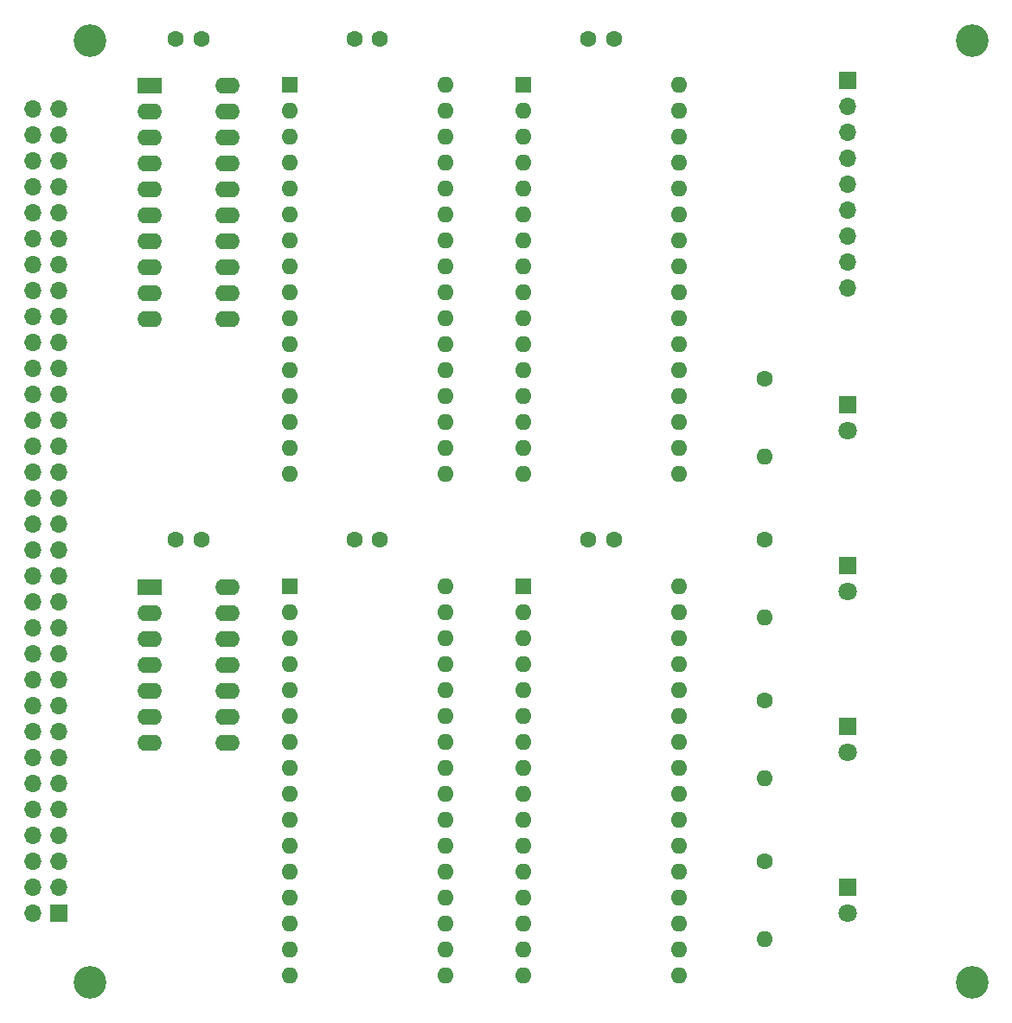
<source format=gts>
G04 #@! TF.GenerationSoftware,KiCad,Pcbnew,(6.0.2)*
G04 #@! TF.CreationDate,2022-11-06T15:02:32-08:00*
G04 #@! TF.ProjectId,RAM and ROM,52414d20-616e-4642-9052-4f4d2e6b6963,1.0*
G04 #@! TF.SameCoordinates,Original*
G04 #@! TF.FileFunction,Soldermask,Top*
G04 #@! TF.FilePolarity,Negative*
%FSLAX46Y46*%
G04 Gerber Fmt 4.6, Leading zero omitted, Abs format (unit mm)*
G04 Created by KiCad (PCBNEW (6.0.2)) date 2022-11-06 15:02:32*
%MOMM*%
%LPD*%
G01*
G04 APERTURE LIST*
%ADD10R,1.700000X1.700000*%
%ADD11O,1.700000X1.700000*%
%ADD12C,3.200000*%
%ADD13C,1.600000*%
%ADD14O,1.600000X1.600000*%
%ADD15R,1.600000X1.600000*%
%ADD16R,1.800000X1.800000*%
%ADD17C,1.800000*%
%ADD18R,2.400000X1.600000*%
%ADD19O,2.400000X1.600000*%
G04 APERTURE END LIST*
D10*
X180340000Y-54356000D03*
D11*
X180340000Y-56896000D03*
X180340000Y-59436000D03*
X180340000Y-61976000D03*
X180340000Y-64516000D03*
X180340000Y-67056000D03*
X180340000Y-69596000D03*
X180340000Y-72136000D03*
X180340000Y-74676000D03*
D12*
X192532000Y-50419000D03*
X192532000Y-142621000D03*
X106172000Y-50419000D03*
X106172000Y-142621000D03*
D13*
X172212000Y-83566000D03*
D14*
X172212000Y-91186000D03*
D13*
X172212000Y-99312300D03*
D14*
X172212000Y-106932300D03*
D13*
X114559000Y-50292000D03*
X117059000Y-50292000D03*
X114559000Y-99314000D03*
X117059000Y-99314000D03*
D15*
X125705000Y-103886000D03*
D14*
X125705000Y-106426000D03*
X125705000Y-108966000D03*
X125705000Y-111506000D03*
X125705000Y-114046000D03*
X125705000Y-116586000D03*
X125705000Y-119126000D03*
X125705000Y-121666000D03*
X125705000Y-124206000D03*
X125705000Y-126746000D03*
X125705000Y-129286000D03*
X125705000Y-131826000D03*
X125705000Y-134366000D03*
X125705000Y-136906000D03*
X125705000Y-139446000D03*
X125705000Y-141986000D03*
X140945000Y-141986000D03*
X140945000Y-139446000D03*
X140945000Y-136906000D03*
X140945000Y-134366000D03*
X140945000Y-131826000D03*
X140945000Y-129286000D03*
X140945000Y-126746000D03*
X140945000Y-124206000D03*
X140945000Y-121666000D03*
X140945000Y-119126000D03*
X140945000Y-116586000D03*
X140945000Y-114046000D03*
X140945000Y-111506000D03*
X140945000Y-108966000D03*
X140945000Y-106426000D03*
X140945000Y-103886000D03*
D13*
X132080000Y-99314000D03*
X134580000Y-99314000D03*
X154965000Y-50292000D03*
X157465000Y-50292000D03*
D16*
X180340000Y-133340000D03*
D17*
X180340000Y-135880000D03*
D16*
X180340000Y-86101000D03*
D17*
X180340000Y-88641000D03*
D13*
X154965000Y-99314000D03*
X157465000Y-99314000D03*
X132080000Y-50292000D03*
X134580000Y-50292000D03*
D16*
X180340000Y-117593700D03*
D17*
X180340000Y-120133700D03*
D13*
X172212000Y-115058700D03*
D14*
X172212000Y-122678700D03*
D15*
X125705000Y-54774000D03*
D14*
X125705000Y-57314000D03*
X125705000Y-59854000D03*
X125705000Y-62394000D03*
X125705000Y-64934000D03*
X125705000Y-67474000D03*
X125705000Y-70014000D03*
X125705000Y-72554000D03*
X125705000Y-75094000D03*
X125705000Y-77634000D03*
X125705000Y-80174000D03*
X125705000Y-82714000D03*
X125705000Y-85254000D03*
X125705000Y-87794000D03*
X125705000Y-90334000D03*
X125705000Y-92874000D03*
X140945000Y-92874000D03*
X140945000Y-90334000D03*
X140945000Y-87794000D03*
X140945000Y-85254000D03*
X140945000Y-82714000D03*
X140945000Y-80174000D03*
X140945000Y-77634000D03*
X140945000Y-75094000D03*
X140945000Y-72554000D03*
X140945000Y-70014000D03*
X140945000Y-67474000D03*
X140945000Y-64934000D03*
X140945000Y-62394000D03*
X140945000Y-59854000D03*
X140945000Y-57314000D03*
X140945000Y-54774000D03*
D18*
X112009000Y-103936000D03*
D19*
X112009000Y-106476000D03*
X112009000Y-109016000D03*
X112009000Y-111556000D03*
X112009000Y-114096000D03*
X112009000Y-116636000D03*
X112009000Y-119176000D03*
X119629000Y-119176000D03*
X119629000Y-116636000D03*
X119629000Y-114096000D03*
X119629000Y-111556000D03*
X119629000Y-109016000D03*
X119629000Y-106476000D03*
X119629000Y-103936000D03*
D18*
X112009000Y-54824000D03*
D19*
X112009000Y-57364000D03*
X112009000Y-59904000D03*
X112009000Y-62444000D03*
X112009000Y-64984000D03*
X112009000Y-67524000D03*
X112009000Y-70064000D03*
X112009000Y-72604000D03*
X112009000Y-75144000D03*
X112009000Y-77684000D03*
X119629000Y-77684000D03*
X119629000Y-75144000D03*
X119629000Y-72604000D03*
X119629000Y-70064000D03*
X119629000Y-67524000D03*
X119629000Y-64984000D03*
X119629000Y-62444000D03*
X119629000Y-59904000D03*
X119629000Y-57364000D03*
X119629000Y-54824000D03*
D16*
X180340000Y-101847300D03*
D17*
X180340000Y-104387300D03*
D13*
X172212000Y-130805000D03*
D14*
X172212000Y-138425000D03*
D10*
X103124000Y-135895000D03*
D11*
X100584000Y-135895000D03*
X103124000Y-133355000D03*
X100584000Y-133355000D03*
X103124000Y-130815000D03*
X100584000Y-130815000D03*
X103124000Y-128275000D03*
X100584000Y-128275000D03*
X103124000Y-125735000D03*
X100584000Y-125735000D03*
X103124000Y-123195000D03*
X100584000Y-123195000D03*
X103124000Y-120655000D03*
X100584000Y-120655000D03*
X103124000Y-118115000D03*
X100584000Y-118115000D03*
X103124000Y-115575000D03*
X100584000Y-115575000D03*
X103124000Y-113035000D03*
X100584000Y-113035000D03*
X103124000Y-110495000D03*
X100584000Y-110495000D03*
X103124000Y-107955000D03*
X100584000Y-107955000D03*
X103124000Y-105415000D03*
X100584000Y-105415000D03*
X103124000Y-102875000D03*
X100584000Y-102875000D03*
X103124000Y-100335000D03*
X100584000Y-100335000D03*
X103124000Y-97795000D03*
X100584000Y-97795000D03*
X103124000Y-95255000D03*
X100584000Y-95255000D03*
X103124000Y-92715000D03*
X100584000Y-92715000D03*
X103124000Y-90175000D03*
X100584000Y-90175000D03*
X103124000Y-87635000D03*
X100584000Y-87635000D03*
X103124000Y-85095000D03*
X100584000Y-85095000D03*
X103124000Y-82555000D03*
X100584000Y-82555000D03*
X103124000Y-80015000D03*
X100584000Y-80015000D03*
X103124000Y-77475000D03*
X100584000Y-77475000D03*
X103124000Y-74935000D03*
X100584000Y-74935000D03*
X103124000Y-72395000D03*
X100584000Y-72395000D03*
X103124000Y-69855000D03*
X100584000Y-69855000D03*
X103124000Y-67315000D03*
X100584000Y-67315000D03*
X103124000Y-64775000D03*
X100584000Y-64775000D03*
X103124000Y-62235000D03*
X100584000Y-62235000D03*
X103124000Y-59695000D03*
X100584000Y-59695000D03*
X103124000Y-57155000D03*
X100584000Y-57155000D03*
D15*
X148590000Y-103886000D03*
D14*
X148590000Y-106426000D03*
X148590000Y-108966000D03*
X148590000Y-111506000D03*
X148590000Y-114046000D03*
X148590000Y-116586000D03*
X148590000Y-119126000D03*
X148590000Y-121666000D03*
X148590000Y-124206000D03*
X148590000Y-126746000D03*
X148590000Y-129286000D03*
X148590000Y-131826000D03*
X148590000Y-134366000D03*
X148590000Y-136906000D03*
X148590000Y-139446000D03*
X148590000Y-141986000D03*
X163830000Y-141986000D03*
X163830000Y-139446000D03*
X163830000Y-136906000D03*
X163830000Y-134366000D03*
X163830000Y-131826000D03*
X163830000Y-129286000D03*
X163830000Y-126746000D03*
X163830000Y-124206000D03*
X163830000Y-121666000D03*
X163830000Y-119126000D03*
X163830000Y-116586000D03*
X163830000Y-114046000D03*
X163830000Y-111506000D03*
X163830000Y-108966000D03*
X163830000Y-106426000D03*
X163830000Y-103886000D03*
D15*
X148590000Y-54774000D03*
D14*
X148590000Y-57314000D03*
X148590000Y-59854000D03*
X148590000Y-62394000D03*
X148590000Y-64934000D03*
X148590000Y-67474000D03*
X148590000Y-70014000D03*
X148590000Y-72554000D03*
X148590000Y-75094000D03*
X148590000Y-77634000D03*
X148590000Y-80174000D03*
X148590000Y-82714000D03*
X148590000Y-85254000D03*
X148590000Y-87794000D03*
X148590000Y-90334000D03*
X148590000Y-92874000D03*
X163830000Y-92874000D03*
X163830000Y-90334000D03*
X163830000Y-87794000D03*
X163830000Y-85254000D03*
X163830000Y-82714000D03*
X163830000Y-80174000D03*
X163830000Y-77634000D03*
X163830000Y-75094000D03*
X163830000Y-72554000D03*
X163830000Y-70014000D03*
X163830000Y-67474000D03*
X163830000Y-64934000D03*
X163830000Y-62394000D03*
X163830000Y-59854000D03*
X163830000Y-57314000D03*
X163830000Y-54774000D03*
M02*

</source>
